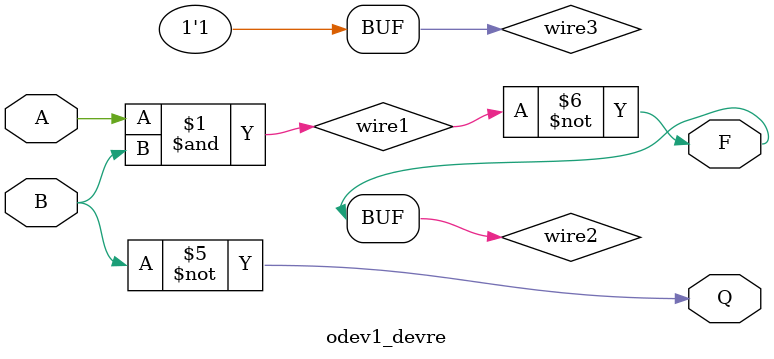
<source format=v>
module odev1_devre(
    input A,
    input B,
    output F,
    output Q
);

wire wire1;
and(wire1,A,B);

wire wire2;
not(wire2,wire1);

xor(F,wire2,1'b0);

wire wire3;
or(wire3,A,1'b1);

nand(Q,wire3,B);

endmodule
</source>
